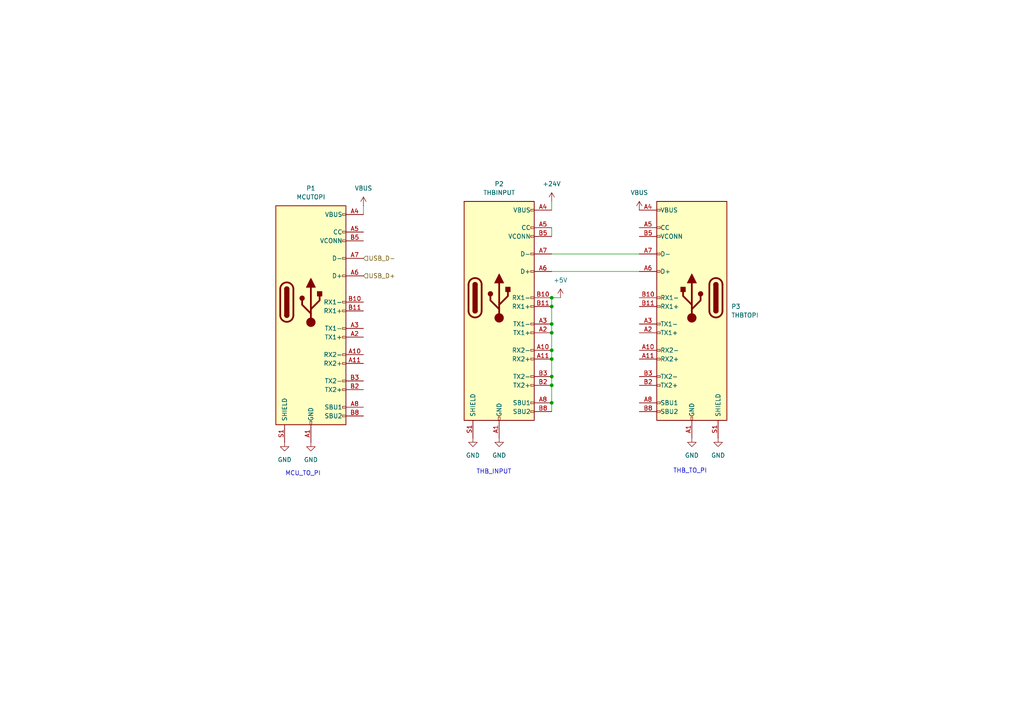
<source format=kicad_sch>
(kicad_sch (version 20250114) (generator "eeschema") (generator_version "9.0")
  (paper "A4")
  (lib_symbols
    (symbol "Connector:USB_C_Plug" (pin_names (offset 1.016))
      (property "Reference" "P" (at -10.16 29.21 0))
      (property "Value" "USB_C_Plug" (at 10.16 29.21 0))
      (symbol "USB_C_Plug_0_0"
        (rectangle (start -0.254 -35.56) (end 0.254 -34.544))
        (rectangle (start 10.16 25.654) (end 9.144 25.146))
        (rectangle (start 10.16 20.574) (end 9.144 20.066))
        (rectangle (start 10.16 18.034) (end 9.144 17.526))
        (rectangle (start 10.16 12.954) (end 9.144 12.446))
        (rectangle (start 10.16 7.874) (end 9.144 7.366))
        (rectangle (start 10.16 0.254) (end 9.144 -0.254))
        (rectangle (start 10.16 -2.286) (end 9.144 -2.794))
        (rectangle (start 10.16 -7.366) (end 9.144 -7.874))
        (rectangle (start 10.16 -9.906) (end 9.144 -10.414))
        (rectangle (start 10.16 -14.986) (end 9.144 -15.494))
        (rectangle (start 10.16 -17.526) (end 9.144 -18.034))
        (rectangle (start 10.16 -22.606) (end 9.144 -23.114))
        (rectangle (start 10.16 -25.146) (end 9.144 -25.654))
        (rectangle (start 10.16 -30.226) (end 9.144 -30.734))
        (rectangle (start 10.16 -32.766) (end 9.144 -33.274))
      )
      (symbol "USB_C_Plug_0_1"
        (rectangle (start -10.16 27.94) (end 10.16 -35.56) (stroke (width 0.254)) (fill (type background)))
        (polyline (pts (xy -8.89 -3.81) (xy -8.89 3.81)) (stroke (width 0.508)))
        (rectangle (start -7.62 -3.81) (end -6.35 3.81) (stroke (width 0.254)) (fill (type outline)))
        (arc (start -7.62 3.81) (mid -6.985 4.4423) (end -6.35 3.81) (stroke (width 0.254)))
        (arc (start -7.62 3.81) (mid -6.985 4.4423) (end -6.35 3.81) (stroke (width 0.254)) (fill (type outline)))
        (arc (start -8.89 3.81) (mid -6.985 5.7067) (end -5.08 3.81) (stroke (width 0.508)))
        (arc (start -5.08 -3.81) (mid -6.985 -5.7067) (end -8.89 -3.81) (stroke (width 0.508)))
        (arc (start -6.35 -3.81) (mid -6.985 -4.4423) (end -7.62 -3.81) (stroke (width 0.254)))
        (arc (start -6.35 -3.81) (mid -6.985 -4.4423) (end -7.62 -3.81) (stroke (width 0.254)) (fill (type outline)))
        (polyline (pts (xy -5.08 3.81) (xy -5.08 -3.81)) (stroke (width 0.508)))
      )
      (symbol "USB_C_Plug_1_1"
        (circle (center -2.54 1.143) (radius 0.635) (stroke (width 0.254)) (fill (type outline)))
        (polyline (pts (xy -1.27 4.318) (xy 0 6.858) (xy 1.27 4.318) (xy -1.27 4.318)) (stroke (width 0.254)) (fill (type outline)))
        (polyline (pts (xy 0 -2.032) (xy 2.54 0.508) (xy 2.54 1.778)) (stroke (width 0.508)))
        (polyline (pts (xy 0 -3.302) (xy -2.54 -0.762) (xy -2.54 0.508)) (stroke (width 0.508)))
        (polyline (pts (xy 0 -5.842) (xy 0 4.318)) (stroke (width 0.508)))
        (circle (center 0 -5.842) (radius 1.27) (fill (type outline)))
        (rectangle (start 1.905 1.778) (end 3.175 3.048) (stroke (width 0.254)) (fill (type outline)))
        (pin passive line (at -7.62 -40.64 90) (length 5.08) (name "SHIELD") (number "S1"))
        (pin passive line (at 0 -40.64 90) (length 5.08) (name "GND") (number "A1"))
        (pin passive line (at 0 -40.64 90) (length 5.08) (hide yes) (name "GND") (number "A12"))
        (pin passive line (at 0 -40.64 90) (length 5.08) (hide yes) (name "GND") (number "B1"))
        (pin passive line (at 0 -40.64 90) (length 5.08) (hide yes) (name "GND") (number "B12"))
        (pin passive line (at 15.24 25.4 180) (length 5.08) (name "VBUS") (number "A4"))
        (pin passive line (at 15.24 25.4 180) (length 5.08) (hide yes) (name "VBUS") (number "A9"))
        (pin passive line (at 15.24 25.4 180) (length 5.08) (hide yes) (name "VBUS") (number "B4"))
        (pin passive line (at 15.24 25.4 180) (length 5.08) (hide yes) (name "VBUS") (number "B9"))
        (pin bidirectional line (at 15.24 20.32 180) (length 5.08) (name "CC") (number "A5"))
        (pin bidirectional line (at 15.24 17.78 180) (length 5.08) (name "VCONN") (number "B5"))
        (pin bidirectional line (at 15.24 12.7 180) (length 5.08) (name "D-") (number "A7"))
        (pin bidirectional line (at 15.24 7.62 180) (length 5.08) (name "D+") (number "A6"))
        (pin bidirectional line (at 15.24 0 180) (length 5.08) (name "RX1-") (number "B10"))
        (pin bidirectional line (at 15.24 -2.54 180) (length 5.08) (name "RX1+") (number "B11"))
        (pin bidirectional line (at 15.24 -7.62 180) (length 5.08) (name "TX1-") (number "A3"))
        (pin bidirectional line (at 15.24 -10.16 180) (length 5.08) (name "TX1+") (number "A2"))
        (pin bidirectional line (at 15.24 -15.24 180) (length 5.08) (name "RX2-") (number "A10"))
        (pin bidirectional line (at 15.24 -17.78 180) (length 5.08) (name "RX2+") (number "A11"))
        (pin bidirectional line (at 15.24 -22.86 180) (length 5.08) (name "TX2-") (number "B3"))
        (pin bidirectional line (at 15.24 -25.4 180) (length 5.08) (name "TX2+") (number "B2"))
        (pin bidirectional line (at 15.24 -30.48 180) (length 5.08) (name "SBU1") (number "A8"))
        (pin bidirectional line (at 15.24 -33.02 180) (length 5.08) (name "SBU2") (number "B8"))
      )
    )
    (symbol "power:+24V" (power) (pin_numbers (hide yes)) (pin_names (offset 0) (hide yes))
      (property "Value" "+24V" (at 0 3.556 0))
      (symbol "+24V_0_1"
        (polyline (pts (xy -0.762 1.27) (xy 0 2.54)))
        (polyline (pts (xy 0 2.54) (xy 0.762 1.27)))
        (polyline (pts (xy 0 0) (xy 0 2.54)))
      )
      (symbol "+24V_1_1"
        (pin power_in line (at 0 0 90) (length 0) (name "~") (number "1"))
      )
    )
    (symbol "power:+5V" (power) (pin_numbers (hide yes)) (pin_names (offset 0) (hide yes))
      (property "Value" "+5V" (at 0 3.556 0))
      (symbol "+5V_0_1"
        (polyline (pts (xy -0.762 1.27) (xy 0 2.54)))
        (polyline (pts (xy 0 2.54) (xy 0.762 1.27)))
        (polyline (pts (xy 0 0) (xy 0 2.54)))
      )
      (symbol "+5V_1_1"
        (pin power_in line (at 0 0 90) (length 0) (name "~") (number "1"))
      )
    )
    (symbol "power:GND" (power) (pin_numbers (hide yes)) (pin_names (offset 0) (hide yes))
      (property "Value" "GND" (at 0 -3.81 0))
      (symbol "GND_0_1"
        (polyline (pts (xy 0 0) (xy 0 -1.27) (xy 1.27 -1.27) (xy 0 -2.54) (xy -1.27 -1.27) (xy 0 -1.27)))
      )
      (symbol "GND_1_1"
        (pin power_in line (at 0 0 270) (length 0) (name "~") (number "1"))
      )
    )
  )
  (text "THB_TO_PI" (at 200.152 136.652 0) (effects (font (size 1.27 1.27))))
  (text "MCU_TO_PI" (at 87.884 137.414 0) (effects (font (size 1.27 1.27))))
  (text "THB_INPUT" (at 143.256 136.906 0) (effects (font (size 1.27 1.27))))
  (junction (at 160.02 93.98))
  (junction (at 160.02 88.9))
  (junction (at 160.02 116.84))
  (junction (at 160.02 96.52))
  (junction (at 160.02 86.36))
  (junction (at 160.02 109.22))
  (junction (at 160.02 111.76))
  (junction (at 160.02 104.14))
  (junction (at 160.02 101.6))
  (wire (pts (xy 160.02 73.66) (xy 185.42 73.66)))
  (wire (pts (xy 105.41 59.69) (xy 105.41 62.23)))
  (wire (pts (xy 160.02 86.36) (xy 160.02 88.9)))
  (wire (pts (xy 160.02 96.52) (xy 160.02 101.6)))
  (wire (pts (xy 162.56 86.36) (xy 160.02 86.36)))
  (wire (pts (xy 160.02 111.76) (xy 160.02 116.84)))
  (wire (pts (xy 160.02 109.22) (xy 160.02 111.76)))
  (wire (pts (xy 160.02 78.74) (xy 185.42 78.74)))
  (wire (pts (xy 160.02 104.14) (xy 160.02 109.22)))
  (wire (pts (xy 160.02 93.98) (xy 160.02 96.52)))
  (wire (pts (xy 160.02 116.84) (xy 160.02 119.38)))
  (wire (pts (xy 160.02 101.6) (xy 160.02 104.14)))
  (wire (pts (xy 160.02 88.9) (xy 160.02 93.98)))
  (wire (pts (xy 160.02 58.42) (xy 160.02 60.96)))
  (wire (pts (xy 160.02 66.04) (xy 160.02 68.58)))
  (hierarchical_label "USB_D-" (shape input) (at 105.41 74.93 0))
  (hierarchical_label "USB_D+" (shape input) (at 105.41 80.01 0))
  (symbol (lib_id "power:GND") (at 137.16 127 0) (unit 1)
    (property "Reference" "#PWR0118" (effects (hide yes)))
    (property "Value" "GND" (at 137.16 132.08 0))
    (property "Description" "Power symbol creates a global label with name \"GND\" , ground" (effects (hide yes)))
  )
  (symbol (lib_id "power:+5V") (at 185.42 60.96 0) (unit 1)
    (property "Reference" "#PWR0124" (effects (hide yes)))
    (property "Value" "VBUS" (at 185.42 55.88 0))
    (property "Description" "Power symbol creates a global label with name \"+5V\"" (effects (hide yes)))
  )
  (symbol (lib_id "power:GND") (at 144.78 127 0) (unit 1)
    (property "Reference" "#PWR0119" (effects (hide yes)))
    (property "Value" "GND" (at 144.78 132.08 0))
    (property "Description" "Power symbol creates a global label with name \"GND\" , ground" (effects (hide yes)))
  )
  (symbol (lib_id "power:GND") (at 90.17 128.27 0) (unit 1)
    (property "Reference" "#PWR0115" (effects (hide yes)))
    (property "Value" "GND" (at 90.17 133.35 0))
    (property "Description" "Power symbol creates a global label with name \"GND\" , ground" (effects (hide yes)))
  )
  (symbol (lib_id "power:+5V") (at 162.56 86.36 0) (unit 1)
    (property "Reference" "#PWR0121" (effects (hide yes)))
    (property "Value" "+5V" (at 162.56 81.28 0))
    (property "Description" "Power symbol creates a global label with name \"+5V\"" (effects (hide yes)))
  )
  (symbol (lib_id "Connector:USB_C_Plug") (at 144.78 86.36 0) (unit 1)
    (property "Reference" "P2" (at 144.78 53.34 0))
    (property "Value" "THBINPUT" (at 144.78 55.88 0))
    (property "Footprint" "Connector_USB:USB_C_Receptacle_HCTL_HC-TYPE-C-16P-01A" (effects (hide yes)))
    (property "Datasheet" "https://www.usb.org/sites/default/files/documents/usb_type-c.zip" (effects (hide yes)))
    (property "Description" "USB Type-C Plug connector" (effects (hide yes)))
  )
  (symbol (lib_id "power:+24V") (at 105.41 59.69 0) (unit 1)
    (property "Reference" "#PWR0116" (effects (hide yes)))
    (property "Value" "VBUS" (at 105.41 54.61 0))
    (property "Description" "Power symbol creates a global label with name \"+24V\"" (effects (hide yes)))
  )
  (symbol (lib_id "power:GND") (at 208.28 127 0) (unit 1)
    (property "Reference" "#PWR0123" (effects (hide yes)))
    (property "Value" "GND" (at 208.28 132.08 0))
    (property "Description" "Power symbol creates a global label with name \"GND\" , ground" (effects (hide yes)))
  )
  (symbol (lib_id "power:GND") (at 200.66 127 0) (unit 1)
    (property "Reference" "#PWR0122" (effects (hide yes)))
    (property "Value" "GND" (at 200.66 132.08 0))
    (property "Description" "Power symbol creates a global label with name \"GND\" , ground" (effects (hide yes)))
  )
  (symbol (lib_id "Connector:USB_C_Plug") (at 90.17 87.63 0) (unit 1)
    (property "Reference" "P1" (at 90.17 54.61 0))
    (property "Value" "MCUTOPI" (at 90.17 57.15 0))
    (property "Footprint" "Connector_USB:USB_C_Receptacle_HCTL_HC-TYPE-C-16P-01A" (effects (hide yes)))
    (property "Datasheet" "https://www.usb.org/sites/default/files/documents/usb_type-c.zip" (effects (hide yes)))
    (property "Description" "USB Type-C Plug connector" (effects (hide yes)))
  )
  (symbol (lib_id "power:+24V") (at 160.02 58.42 0) (unit 1)
    (property "Reference" "#PWR0120" (effects (hide yes)))
    (property "Value" "+24V" (at 160.02 53.34 0))
    (property "Description" "Power symbol creates a global label with name \"+24V\"" (effects (hide yes)))
  )
  (symbol (lib_id "power:GND") (at 82.55 128.27 0) (unit 1)
    (property "Reference" "#PWR0114" (effects (hide yes)))
    (property "Value" "GND" (at 82.55 133.35 0))
    (property "Description" "Power symbol creates a global label with name \"GND\" , ground" (effects (hide yes)))
  )
  (symbol (lib_id "Connector:USB_C_Plug") (at 200.66 86.36 0) (mirror y) (unit 1)
    (property "Reference" "P3" (at 212.09 88.8999 0) (effects (justify right)))
    (property "Value" "THBTOPI" (at 212.09 91.4399 0) (effects (justify right)))
    (property "Footprint" "Connector_USB:USB_C_Receptacle_HCTL_HC-TYPE-C-16P-01A" (effects (hide yes)))
    (property "Datasheet" "https://www.usb.org/sites/default/files/documents/usb_type-c.zip" (effects (hide yes)))
    (property "Description" "USB Type-C Plug connector" (effects (hide yes)))
  )
)
</source>
